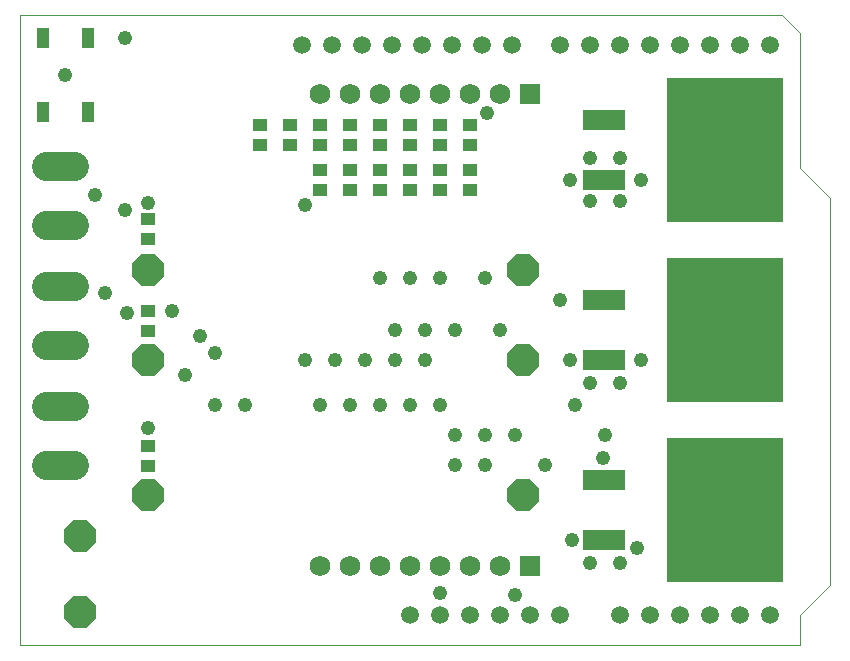
<source format=gts>
G75*
G70*
%OFA0B0*%
%FSLAX24Y24*%
%IPPOS*%
%LPD*%
%AMOC8*
5,1,8,0,0,1.08239X$1,22.5*
%
%ADD10C,0.0000*%
%ADD11R,0.3879X0.4843*%
%ADD12R,0.1418X0.0670*%
%ADD13R,0.0473X0.0434*%
%ADD14R,0.0434X0.0709*%
%ADD15OC8,0.1040*%
%ADD16R,0.0683X0.0683*%
%ADD17C,0.0683*%
%ADD18C,0.0591*%
%ADD19C,0.0977*%
%ADD20C,0.0490*%
D10*
X000867Y004800D02*
X026867Y004800D01*
X026867Y005800D01*
X027867Y006800D01*
X027867Y019700D01*
X026867Y020700D01*
X026867Y025200D01*
X026267Y025800D01*
X000867Y025800D01*
X000867Y004800D01*
D11*
X024367Y009300D03*
X024367Y015300D03*
X024367Y021300D03*
D12*
X020320Y020300D03*
X020320Y022300D03*
X020320Y016300D03*
X020320Y014300D03*
X020320Y010300D03*
X020320Y008300D03*
D13*
X015867Y019965D03*
X015867Y020635D03*
X015867Y021465D03*
X015867Y022135D03*
X014867Y022135D03*
X014867Y021465D03*
X014867Y020635D03*
X014867Y019965D03*
X013867Y019965D03*
X013867Y020635D03*
X013867Y021465D03*
X013867Y022135D03*
X012867Y022135D03*
X012867Y021465D03*
X012867Y020635D03*
X012867Y019965D03*
X011867Y019965D03*
X011867Y020635D03*
X011867Y021465D03*
X011867Y022135D03*
X010867Y022135D03*
X010867Y021465D03*
X010867Y020635D03*
X010867Y019965D03*
X009867Y021465D03*
X009867Y022135D03*
X008867Y022135D03*
X008867Y021465D03*
X005117Y019010D03*
X005117Y018340D03*
X005117Y015947D03*
X005117Y015278D03*
X005117Y011447D03*
X005117Y010778D03*
D14*
X003115Y022560D03*
X001619Y022560D03*
X001619Y025040D03*
X003115Y025040D03*
D15*
X005117Y017300D03*
X005117Y014300D03*
X005117Y009800D03*
X002867Y008455D03*
X002867Y005895D03*
X017617Y009800D03*
X017617Y014300D03*
X017617Y017300D03*
D16*
X017867Y023174D03*
X017867Y007426D03*
D17*
X016867Y007426D03*
X015867Y007426D03*
X014867Y007426D03*
X013867Y007426D03*
X012867Y007426D03*
X011867Y007426D03*
X010867Y007426D03*
X010867Y023174D03*
X011867Y023174D03*
X012867Y023174D03*
X013867Y023174D03*
X014867Y023174D03*
X015867Y023174D03*
X016867Y023174D03*
D18*
X017267Y024800D03*
X016267Y024800D03*
X015267Y024800D03*
X014267Y024800D03*
X013267Y024800D03*
X012267Y024800D03*
X011267Y024800D03*
X010267Y024800D03*
X018867Y024800D03*
X019867Y024800D03*
X020867Y024800D03*
X021867Y024800D03*
X022867Y024800D03*
X023867Y024800D03*
X024867Y024800D03*
X025867Y024800D03*
X025867Y005800D03*
X024867Y005800D03*
X023867Y005800D03*
X022867Y005800D03*
X021867Y005800D03*
X020867Y005800D03*
X018867Y005800D03*
X017867Y005800D03*
X016867Y005800D03*
X015867Y005800D03*
X014867Y005800D03*
X013867Y005800D03*
D19*
X002658Y010816D02*
X001721Y010816D01*
X001721Y012784D02*
X002658Y012784D01*
X002658Y014816D02*
X001721Y014816D01*
X001721Y016784D02*
X002658Y016784D01*
X002658Y018816D02*
X001721Y018816D01*
X001721Y020784D02*
X002658Y020784D01*
D20*
X003367Y019800D03*
X004367Y019300D03*
X005117Y019550D03*
X003679Y016550D03*
X004429Y015863D03*
X005929Y015925D03*
X006867Y015113D03*
X007367Y014550D03*
X006367Y013800D03*
X007367Y012800D03*
X008367Y012800D03*
X010367Y014300D03*
X011367Y014300D03*
X012367Y014300D03*
X013367Y014300D03*
X013367Y015300D03*
X014367Y015300D03*
X015367Y015300D03*
X014367Y014300D03*
X014867Y012800D03*
X013867Y012800D03*
X012867Y012800D03*
X011867Y012800D03*
X010867Y012800D03*
X015367Y011800D03*
X016367Y011800D03*
X017367Y011800D03*
X018367Y010800D03*
X020304Y011050D03*
X020367Y011800D03*
X019367Y012800D03*
X019867Y013550D03*
X019179Y014300D03*
X020867Y013550D03*
X021554Y014300D03*
X018867Y016300D03*
X016867Y015300D03*
X016367Y017050D03*
X014867Y017050D03*
X013867Y017050D03*
X012867Y017050D03*
X010367Y019488D03*
X004367Y025050D03*
X002367Y023800D03*
X005117Y012050D03*
X014867Y006550D03*
X017367Y006488D03*
X019242Y008300D03*
X019867Y007550D03*
X020867Y007550D03*
X021429Y008050D03*
X016367Y010800D03*
X015367Y010800D03*
X019867Y019613D03*
X019179Y020300D03*
X019867Y021050D03*
X020867Y021050D03*
X021554Y020300D03*
X020867Y019613D03*
X016429Y022550D03*
M02*

</source>
